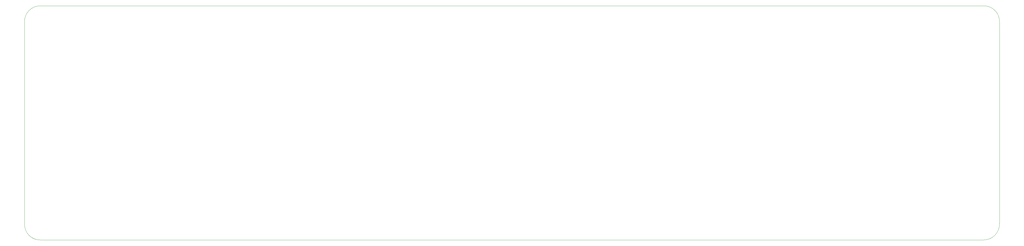
<source format=gbr>
%TF.GenerationSoftware,KiCad,Pcbnew,(6.0.1-0)*%
%TF.CreationDate,2022-03-16T00:28:59-04:00*%
%TF.ProjectId,spectrum,73706563-7472-4756-9d2e-6b696361645f,0*%
%TF.SameCoordinates,Original*%
%TF.FileFunction,Profile,NP*%
%FSLAX46Y46*%
G04 Gerber Fmt 4.6, Leading zero omitted, Abs format (unit mm)*
G04 Created by KiCad (PCBNEW (6.0.1-0)) date 2022-03-16 00:28:59*
%MOMM*%
%LPD*%
G01*
G04 APERTURE LIST*
%TA.AperFunction,Profile*%
%ADD10C,0.100000*%
%TD*%
G04 APERTURE END LIST*
D10*
X35936392Y-205005986D02*
X378150000Y-205000000D01*
X35794014Y-119986393D02*
G75*
G03*
X29994014Y-125936392I-127204J-5677893D01*
G01*
X378013608Y-119994014D02*
X35794014Y-119986392D01*
X383963608Y-125744014D02*
X383950000Y-199000000D01*
X383963608Y-125744014D02*
G75*
G03*
X378013608Y-119994014I-5677965J78019D01*
G01*
X378150000Y-204999999D02*
G75*
G03*
X383950000Y-199000000I48055J5756880D01*
G01*
X29994014Y-125936392D02*
X29986392Y-199205986D01*
X29986391Y-199205986D02*
G75*
G03*
X35936392Y-205005986I5677930J-127167D01*
G01*
M02*

</source>
